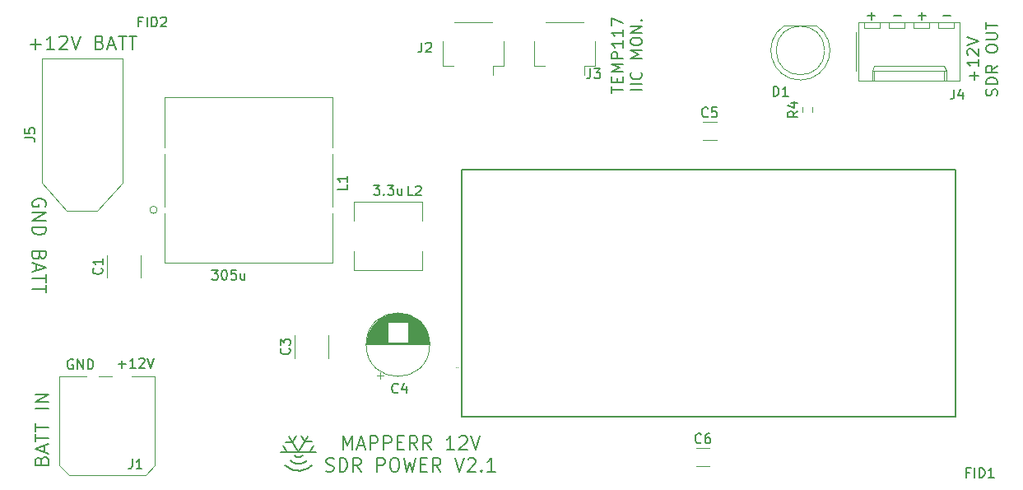
<source format=gbr>
%TF.GenerationSoftware,KiCad,Pcbnew,7.0.7*%
%TF.CreationDate,2024-04-17T16:30:55-07:00*%
%TF.ProjectId,power_board_12V,706f7765-725f-4626-9f61-72645f313256,rev?*%
%TF.SameCoordinates,Original*%
%TF.FileFunction,Legend,Top*%
%TF.FilePolarity,Positive*%
%FSLAX46Y46*%
G04 Gerber Fmt 4.6, Leading zero omitted, Abs format (unit mm)*
G04 Created by KiCad (PCBNEW 7.0.7) date 2024-04-17 16:30:55*
%MOMM*%
%LPD*%
G01*
G04 APERTURE LIST*
%ADD10C,0.150000*%
%ADD11C,0.200000*%
%ADD12C,0.120000*%
%ADD13C,0.100000*%
G04 APERTURE END LIST*
D10*
X165944779Y-51431866D02*
X166706684Y-51431866D01*
X160864779Y-51431866D02*
X161626684Y-51431866D01*
X163404779Y-51431866D02*
X164166684Y-51431866D01*
X163785731Y-51812819D02*
X163785731Y-51050914D01*
X158197779Y-51431866D02*
X158959684Y-51431866D01*
X158578731Y-51812819D02*
X158578731Y-51050914D01*
X76425588Y-86801438D02*
X76330350Y-86753819D01*
X76330350Y-86753819D02*
X76187493Y-86753819D01*
X76187493Y-86753819D02*
X76044636Y-86801438D01*
X76044636Y-86801438D02*
X75949398Y-86896676D01*
X75949398Y-86896676D02*
X75901779Y-86991914D01*
X75901779Y-86991914D02*
X75854160Y-87182390D01*
X75854160Y-87182390D02*
X75854160Y-87325247D01*
X75854160Y-87325247D02*
X75901779Y-87515723D01*
X75901779Y-87515723D02*
X75949398Y-87610961D01*
X75949398Y-87610961D02*
X76044636Y-87706200D01*
X76044636Y-87706200D02*
X76187493Y-87753819D01*
X76187493Y-87753819D02*
X76282731Y-87753819D01*
X76282731Y-87753819D02*
X76425588Y-87706200D01*
X76425588Y-87706200D02*
X76473207Y-87658580D01*
X76473207Y-87658580D02*
X76473207Y-87325247D01*
X76473207Y-87325247D02*
X76282731Y-87325247D01*
X76901779Y-87753819D02*
X76901779Y-86753819D01*
X76901779Y-86753819D02*
X77473207Y-87753819D01*
X77473207Y-87753819D02*
X77473207Y-86753819D01*
X77949398Y-87753819D02*
X77949398Y-86753819D01*
X77949398Y-86753819D02*
X78187493Y-86753819D01*
X78187493Y-86753819D02*
X78330350Y-86801438D01*
X78330350Y-86801438D02*
X78425588Y-86896676D01*
X78425588Y-86896676D02*
X78473207Y-86991914D01*
X78473207Y-86991914D02*
X78520826Y-87182390D01*
X78520826Y-87182390D02*
X78520826Y-87325247D01*
X78520826Y-87325247D02*
X78473207Y-87515723D01*
X78473207Y-87515723D02*
X78425588Y-87610961D01*
X78425588Y-87610961D02*
X78330350Y-87706200D01*
X78330350Y-87706200D02*
X78187493Y-87753819D01*
X78187493Y-87753819D02*
X77949398Y-87753819D01*
X81108779Y-87245866D02*
X81870684Y-87245866D01*
X81489731Y-87626819D02*
X81489731Y-86864914D01*
X82870683Y-87626819D02*
X82299255Y-87626819D01*
X82584969Y-87626819D02*
X82584969Y-86626819D01*
X82584969Y-86626819D02*
X82489731Y-86769676D01*
X82489731Y-86769676D02*
X82394493Y-86864914D01*
X82394493Y-86864914D02*
X82299255Y-86912533D01*
X83251636Y-86722057D02*
X83299255Y-86674438D01*
X83299255Y-86674438D02*
X83394493Y-86626819D01*
X83394493Y-86626819D02*
X83632588Y-86626819D01*
X83632588Y-86626819D02*
X83727826Y-86674438D01*
X83727826Y-86674438D02*
X83775445Y-86722057D01*
X83775445Y-86722057D02*
X83823064Y-86817295D01*
X83823064Y-86817295D02*
X83823064Y-86912533D01*
X83823064Y-86912533D02*
X83775445Y-87055390D01*
X83775445Y-87055390D02*
X83204017Y-87626819D01*
X83204017Y-87626819D02*
X83823064Y-87626819D01*
X84108779Y-86626819D02*
X84442112Y-87626819D01*
X84442112Y-87626819D02*
X84775445Y-86626819D01*
D11*
X100822520Y-96219784D02*
X101163355Y-95631477D01*
X98676862Y-94653430D02*
X99593724Y-96236000D01*
X99906785Y-94607215D02*
X100247620Y-95195521D01*
X98251286Y-97627575D02*
X98399976Y-97761529D01*
X98640761Y-97928972D01*
X98898690Y-98056228D01*
X99169087Y-98143298D01*
X99447276Y-98190182D01*
X99728583Y-98196880D01*
X100008331Y-98163392D01*
X100281844Y-98089717D01*
X100544449Y-97975856D01*
X100791468Y-97821808D01*
X101018227Y-97627575D01*
X97790000Y-96266000D02*
X101457448Y-96266000D01*
X99213735Y-96646595D02*
X99379634Y-96762378D01*
X99595918Y-96815307D01*
X99815487Y-96783549D01*
X100012064Y-96667105D01*
X100033712Y-96646595D01*
X99078895Y-95195521D02*
X99419731Y-94607215D01*
X98072999Y-95647693D02*
X98413834Y-96236000D01*
X98762573Y-97134823D02*
X98955420Y-97291855D01*
X99169147Y-97404021D01*
X99396795Y-97471321D01*
X99631403Y-97493754D01*
X99866011Y-97471321D01*
X100093659Y-97404021D01*
X100307386Y-97291855D01*
X100500234Y-97134823D01*
X98991427Y-95250365D02*
X98309756Y-95250365D01*
X101002765Y-95201476D02*
X100321094Y-95201476D01*
X99653724Y-96236000D02*
X100570586Y-94653430D01*
X73594066Y-71014132D02*
X73660733Y-70880799D01*
X73660733Y-70880799D02*
X73660733Y-70680799D01*
X73660733Y-70680799D02*
X73594066Y-70480799D01*
X73594066Y-70480799D02*
X73460733Y-70347466D01*
X73460733Y-70347466D02*
X73327400Y-70280799D01*
X73327400Y-70280799D02*
X73060733Y-70214132D01*
X73060733Y-70214132D02*
X72860733Y-70214132D01*
X72860733Y-70214132D02*
X72594066Y-70280799D01*
X72594066Y-70280799D02*
X72460733Y-70347466D01*
X72460733Y-70347466D02*
X72327400Y-70480799D01*
X72327400Y-70480799D02*
X72260733Y-70680799D01*
X72260733Y-70680799D02*
X72260733Y-70814132D01*
X72260733Y-70814132D02*
X72327400Y-71014132D01*
X72327400Y-71014132D02*
X72394066Y-71080799D01*
X72394066Y-71080799D02*
X72860733Y-71080799D01*
X72860733Y-71080799D02*
X72860733Y-70814132D01*
X72260733Y-71680799D02*
X73660733Y-71680799D01*
X73660733Y-71680799D02*
X72260733Y-72480799D01*
X72260733Y-72480799D02*
X73660733Y-72480799D01*
X72260733Y-73147466D02*
X73660733Y-73147466D01*
X73660733Y-73147466D02*
X73660733Y-73480799D01*
X73660733Y-73480799D02*
X73594066Y-73680799D01*
X73594066Y-73680799D02*
X73460733Y-73814133D01*
X73460733Y-73814133D02*
X73327400Y-73880799D01*
X73327400Y-73880799D02*
X73060733Y-73947466D01*
X73060733Y-73947466D02*
X72860733Y-73947466D01*
X72860733Y-73947466D02*
X72594066Y-73880799D01*
X72594066Y-73880799D02*
X72460733Y-73814133D01*
X72460733Y-73814133D02*
X72327400Y-73680799D01*
X72327400Y-73680799D02*
X72260733Y-73480799D01*
X72260733Y-73480799D02*
X72260733Y-73147466D01*
X72994066Y-76080800D02*
X72927400Y-76280800D01*
X72927400Y-76280800D02*
X72860733Y-76347466D01*
X72860733Y-76347466D02*
X72727400Y-76414133D01*
X72727400Y-76414133D02*
X72527400Y-76414133D01*
X72527400Y-76414133D02*
X72394066Y-76347466D01*
X72394066Y-76347466D02*
X72327400Y-76280800D01*
X72327400Y-76280800D02*
X72260733Y-76147466D01*
X72260733Y-76147466D02*
X72260733Y-75614133D01*
X72260733Y-75614133D02*
X73660733Y-75614133D01*
X73660733Y-75614133D02*
X73660733Y-76080800D01*
X73660733Y-76080800D02*
X73594066Y-76214133D01*
X73594066Y-76214133D02*
X73527400Y-76280800D01*
X73527400Y-76280800D02*
X73394066Y-76347466D01*
X73394066Y-76347466D02*
X73260733Y-76347466D01*
X73260733Y-76347466D02*
X73127400Y-76280800D01*
X73127400Y-76280800D02*
X73060733Y-76214133D01*
X73060733Y-76214133D02*
X72994066Y-76080800D01*
X72994066Y-76080800D02*
X72994066Y-75614133D01*
X72660733Y-76947466D02*
X72660733Y-77614133D01*
X72260733Y-76814133D02*
X73660733Y-77280800D01*
X73660733Y-77280800D02*
X72260733Y-77747466D01*
X73660733Y-78014133D02*
X73660733Y-78814133D01*
X72260733Y-78414133D02*
X73660733Y-78414133D01*
X73660733Y-79080800D02*
X73660733Y-79880800D01*
X72260733Y-79480800D02*
X73660733Y-79480800D01*
X73182933Y-97146667D02*
X73249600Y-96946667D01*
X73249600Y-96946667D02*
X73316266Y-96880000D01*
X73316266Y-96880000D02*
X73449600Y-96813333D01*
X73449600Y-96813333D02*
X73649600Y-96813333D01*
X73649600Y-96813333D02*
X73782933Y-96880000D01*
X73782933Y-96880000D02*
X73849600Y-96946667D01*
X73849600Y-96946667D02*
X73916266Y-97080000D01*
X73916266Y-97080000D02*
X73916266Y-97613333D01*
X73916266Y-97613333D02*
X72516266Y-97613333D01*
X72516266Y-97613333D02*
X72516266Y-97146667D01*
X72516266Y-97146667D02*
X72582933Y-97013333D01*
X72582933Y-97013333D02*
X72649600Y-96946667D01*
X72649600Y-96946667D02*
X72782933Y-96880000D01*
X72782933Y-96880000D02*
X72916266Y-96880000D01*
X72916266Y-96880000D02*
X73049600Y-96946667D01*
X73049600Y-96946667D02*
X73116266Y-97013333D01*
X73116266Y-97013333D02*
X73182933Y-97146667D01*
X73182933Y-97146667D02*
X73182933Y-97613333D01*
X73516266Y-96280000D02*
X73516266Y-95613333D01*
X73916266Y-96413333D02*
X72516266Y-95946667D01*
X72516266Y-95946667D02*
X73916266Y-95480000D01*
X72516266Y-95213333D02*
X72516266Y-94413333D01*
X73916266Y-94813333D02*
X72516266Y-94813333D01*
X72516266Y-94146666D02*
X72516266Y-93346666D01*
X73916266Y-93746666D02*
X72516266Y-93746666D01*
X73916266Y-91813332D02*
X72516266Y-91813332D01*
X73916266Y-91146665D02*
X72516266Y-91146665D01*
X72516266Y-91146665D02*
X73916266Y-90346665D01*
X73916266Y-90346665D02*
X72516266Y-90346665D01*
X131830342Y-59359314D02*
X131830342Y-58673600D01*
X133030342Y-59016457D02*
X131830342Y-59016457D01*
X132401771Y-58273599D02*
X132401771Y-57873599D01*
X133030342Y-57702171D02*
X133030342Y-58273599D01*
X133030342Y-58273599D02*
X131830342Y-58273599D01*
X131830342Y-58273599D02*
X131830342Y-57702171D01*
X133030342Y-57187885D02*
X131830342Y-57187885D01*
X131830342Y-57187885D02*
X132687485Y-56787885D01*
X132687485Y-56787885D02*
X131830342Y-56387885D01*
X131830342Y-56387885D02*
X133030342Y-56387885D01*
X133030342Y-55816456D02*
X131830342Y-55816456D01*
X131830342Y-55816456D02*
X131830342Y-55359313D01*
X131830342Y-55359313D02*
X131887485Y-55245028D01*
X131887485Y-55245028D02*
X131944628Y-55187885D01*
X131944628Y-55187885D02*
X132058914Y-55130742D01*
X132058914Y-55130742D02*
X132230342Y-55130742D01*
X132230342Y-55130742D02*
X132344628Y-55187885D01*
X132344628Y-55187885D02*
X132401771Y-55245028D01*
X132401771Y-55245028D02*
X132458914Y-55359313D01*
X132458914Y-55359313D02*
X132458914Y-55816456D01*
X133030342Y-53987885D02*
X133030342Y-54673599D01*
X133030342Y-54330742D02*
X131830342Y-54330742D01*
X131830342Y-54330742D02*
X132001771Y-54445028D01*
X132001771Y-54445028D02*
X132116057Y-54559313D01*
X132116057Y-54559313D02*
X132173200Y-54673599D01*
X133030342Y-52845028D02*
X133030342Y-53530742D01*
X133030342Y-53187885D02*
X131830342Y-53187885D01*
X131830342Y-53187885D02*
X132001771Y-53302171D01*
X132001771Y-53302171D02*
X132116057Y-53416456D01*
X132116057Y-53416456D02*
X132173200Y-53530742D01*
X131830342Y-52445028D02*
X131830342Y-51645028D01*
X131830342Y-51645028D02*
X133030342Y-52159314D01*
X134962342Y-59045029D02*
X133762342Y-59045029D01*
X134962342Y-58473600D02*
X133762342Y-58473600D01*
X134848057Y-57216457D02*
X134905200Y-57273600D01*
X134905200Y-57273600D02*
X134962342Y-57445028D01*
X134962342Y-57445028D02*
X134962342Y-57559314D01*
X134962342Y-57559314D02*
X134905200Y-57730743D01*
X134905200Y-57730743D02*
X134790914Y-57845028D01*
X134790914Y-57845028D02*
X134676628Y-57902171D01*
X134676628Y-57902171D02*
X134448057Y-57959314D01*
X134448057Y-57959314D02*
X134276628Y-57959314D01*
X134276628Y-57959314D02*
X134048057Y-57902171D01*
X134048057Y-57902171D02*
X133933771Y-57845028D01*
X133933771Y-57845028D02*
X133819485Y-57730743D01*
X133819485Y-57730743D02*
X133762342Y-57559314D01*
X133762342Y-57559314D02*
X133762342Y-57445028D01*
X133762342Y-57445028D02*
X133819485Y-57273600D01*
X133819485Y-57273600D02*
X133876628Y-57216457D01*
X134962342Y-55787885D02*
X133762342Y-55787885D01*
X133762342Y-55787885D02*
X134619485Y-55387885D01*
X134619485Y-55387885D02*
X133762342Y-54987885D01*
X133762342Y-54987885D02*
X134962342Y-54987885D01*
X133762342Y-54187885D02*
X133762342Y-53959313D01*
X133762342Y-53959313D02*
X133819485Y-53845028D01*
X133819485Y-53845028D02*
X133933771Y-53730742D01*
X133933771Y-53730742D02*
X134162342Y-53673599D01*
X134162342Y-53673599D02*
X134562342Y-53673599D01*
X134562342Y-53673599D02*
X134790914Y-53730742D01*
X134790914Y-53730742D02*
X134905200Y-53845028D01*
X134905200Y-53845028D02*
X134962342Y-53959313D01*
X134962342Y-53959313D02*
X134962342Y-54187885D01*
X134962342Y-54187885D02*
X134905200Y-54302171D01*
X134905200Y-54302171D02*
X134790914Y-54416456D01*
X134790914Y-54416456D02*
X134562342Y-54473599D01*
X134562342Y-54473599D02*
X134162342Y-54473599D01*
X134162342Y-54473599D02*
X133933771Y-54416456D01*
X133933771Y-54416456D02*
X133819485Y-54302171D01*
X133819485Y-54302171D02*
X133762342Y-54187885D01*
X134962342Y-53159313D02*
X133762342Y-53159313D01*
X133762342Y-53159313D02*
X134962342Y-52473599D01*
X134962342Y-52473599D02*
X133762342Y-52473599D01*
X134848057Y-51902170D02*
X134905200Y-51845027D01*
X134905200Y-51845027D02*
X134962342Y-51902170D01*
X134962342Y-51902170D02*
X134905200Y-51959313D01*
X134905200Y-51959313D02*
X134848057Y-51902170D01*
X134848057Y-51902170D02*
X134962342Y-51902170D01*
X104183733Y-96030266D02*
X104183733Y-94630266D01*
X104183733Y-94630266D02*
X104650400Y-95630266D01*
X104650400Y-95630266D02*
X105117066Y-94630266D01*
X105117066Y-94630266D02*
X105117066Y-96030266D01*
X105717066Y-95630266D02*
X106383733Y-95630266D01*
X105583733Y-96030266D02*
X106050400Y-94630266D01*
X106050400Y-94630266D02*
X106517066Y-96030266D01*
X106983733Y-96030266D02*
X106983733Y-94630266D01*
X106983733Y-94630266D02*
X107517066Y-94630266D01*
X107517066Y-94630266D02*
X107650400Y-94696933D01*
X107650400Y-94696933D02*
X107717066Y-94763600D01*
X107717066Y-94763600D02*
X107783733Y-94896933D01*
X107783733Y-94896933D02*
X107783733Y-95096933D01*
X107783733Y-95096933D02*
X107717066Y-95230266D01*
X107717066Y-95230266D02*
X107650400Y-95296933D01*
X107650400Y-95296933D02*
X107517066Y-95363600D01*
X107517066Y-95363600D02*
X106983733Y-95363600D01*
X108383733Y-96030266D02*
X108383733Y-94630266D01*
X108383733Y-94630266D02*
X108917066Y-94630266D01*
X108917066Y-94630266D02*
X109050400Y-94696933D01*
X109050400Y-94696933D02*
X109117066Y-94763600D01*
X109117066Y-94763600D02*
X109183733Y-94896933D01*
X109183733Y-94896933D02*
X109183733Y-95096933D01*
X109183733Y-95096933D02*
X109117066Y-95230266D01*
X109117066Y-95230266D02*
X109050400Y-95296933D01*
X109050400Y-95296933D02*
X108917066Y-95363600D01*
X108917066Y-95363600D02*
X108383733Y-95363600D01*
X109783733Y-95296933D02*
X110250400Y-95296933D01*
X110450400Y-96030266D02*
X109783733Y-96030266D01*
X109783733Y-96030266D02*
X109783733Y-94630266D01*
X109783733Y-94630266D02*
X110450400Y-94630266D01*
X111850400Y-96030266D02*
X111383733Y-95363600D01*
X111050400Y-96030266D02*
X111050400Y-94630266D01*
X111050400Y-94630266D02*
X111583733Y-94630266D01*
X111583733Y-94630266D02*
X111717067Y-94696933D01*
X111717067Y-94696933D02*
X111783733Y-94763600D01*
X111783733Y-94763600D02*
X111850400Y-94896933D01*
X111850400Y-94896933D02*
X111850400Y-95096933D01*
X111850400Y-95096933D02*
X111783733Y-95230266D01*
X111783733Y-95230266D02*
X111717067Y-95296933D01*
X111717067Y-95296933D02*
X111583733Y-95363600D01*
X111583733Y-95363600D02*
X111050400Y-95363600D01*
X113250400Y-96030266D02*
X112783733Y-95363600D01*
X112450400Y-96030266D02*
X112450400Y-94630266D01*
X112450400Y-94630266D02*
X112983733Y-94630266D01*
X112983733Y-94630266D02*
X113117067Y-94696933D01*
X113117067Y-94696933D02*
X113183733Y-94763600D01*
X113183733Y-94763600D02*
X113250400Y-94896933D01*
X113250400Y-94896933D02*
X113250400Y-95096933D01*
X113250400Y-95096933D02*
X113183733Y-95230266D01*
X113183733Y-95230266D02*
X113117067Y-95296933D01*
X113117067Y-95296933D02*
X112983733Y-95363600D01*
X112983733Y-95363600D02*
X112450400Y-95363600D01*
X115650400Y-96030266D02*
X114850400Y-96030266D01*
X115250400Y-96030266D02*
X115250400Y-94630266D01*
X115250400Y-94630266D02*
X115117067Y-94830266D01*
X115117067Y-94830266D02*
X114983734Y-94963600D01*
X114983734Y-94963600D02*
X114850400Y-95030266D01*
X116183733Y-94763600D02*
X116250400Y-94696933D01*
X116250400Y-94696933D02*
X116383733Y-94630266D01*
X116383733Y-94630266D02*
X116717067Y-94630266D01*
X116717067Y-94630266D02*
X116850400Y-94696933D01*
X116850400Y-94696933D02*
X116917067Y-94763600D01*
X116917067Y-94763600D02*
X116983733Y-94896933D01*
X116983733Y-94896933D02*
X116983733Y-95030266D01*
X116983733Y-95030266D02*
X116917067Y-95230266D01*
X116917067Y-95230266D02*
X116117067Y-96030266D01*
X116117067Y-96030266D02*
X116983733Y-96030266D01*
X117383733Y-94630266D02*
X117850400Y-96030266D01*
X117850400Y-96030266D02*
X118317066Y-94630266D01*
X102450399Y-98217600D02*
X102650399Y-98284266D01*
X102650399Y-98284266D02*
X102983733Y-98284266D01*
X102983733Y-98284266D02*
X103117066Y-98217600D01*
X103117066Y-98217600D02*
X103183733Y-98150933D01*
X103183733Y-98150933D02*
X103250399Y-98017600D01*
X103250399Y-98017600D02*
X103250399Y-97884266D01*
X103250399Y-97884266D02*
X103183733Y-97750933D01*
X103183733Y-97750933D02*
X103117066Y-97684266D01*
X103117066Y-97684266D02*
X102983733Y-97617600D01*
X102983733Y-97617600D02*
X102717066Y-97550933D01*
X102717066Y-97550933D02*
X102583733Y-97484266D01*
X102583733Y-97484266D02*
X102517066Y-97417600D01*
X102517066Y-97417600D02*
X102450399Y-97284266D01*
X102450399Y-97284266D02*
X102450399Y-97150933D01*
X102450399Y-97150933D02*
X102517066Y-97017600D01*
X102517066Y-97017600D02*
X102583733Y-96950933D01*
X102583733Y-96950933D02*
X102717066Y-96884266D01*
X102717066Y-96884266D02*
X103050399Y-96884266D01*
X103050399Y-96884266D02*
X103250399Y-96950933D01*
X103850399Y-98284266D02*
X103850399Y-96884266D01*
X103850399Y-96884266D02*
X104183732Y-96884266D01*
X104183732Y-96884266D02*
X104383732Y-96950933D01*
X104383732Y-96950933D02*
X104517066Y-97084266D01*
X104517066Y-97084266D02*
X104583732Y-97217600D01*
X104583732Y-97217600D02*
X104650399Y-97484266D01*
X104650399Y-97484266D02*
X104650399Y-97684266D01*
X104650399Y-97684266D02*
X104583732Y-97950933D01*
X104583732Y-97950933D02*
X104517066Y-98084266D01*
X104517066Y-98084266D02*
X104383732Y-98217600D01*
X104383732Y-98217600D02*
X104183732Y-98284266D01*
X104183732Y-98284266D02*
X103850399Y-98284266D01*
X106050399Y-98284266D02*
X105583732Y-97617600D01*
X105250399Y-98284266D02*
X105250399Y-96884266D01*
X105250399Y-96884266D02*
X105783732Y-96884266D01*
X105783732Y-96884266D02*
X105917066Y-96950933D01*
X105917066Y-96950933D02*
X105983732Y-97017600D01*
X105983732Y-97017600D02*
X106050399Y-97150933D01*
X106050399Y-97150933D02*
X106050399Y-97350933D01*
X106050399Y-97350933D02*
X105983732Y-97484266D01*
X105983732Y-97484266D02*
X105917066Y-97550933D01*
X105917066Y-97550933D02*
X105783732Y-97617600D01*
X105783732Y-97617600D02*
X105250399Y-97617600D01*
X107717066Y-98284266D02*
X107717066Y-96884266D01*
X107717066Y-96884266D02*
X108250399Y-96884266D01*
X108250399Y-96884266D02*
X108383733Y-96950933D01*
X108383733Y-96950933D02*
X108450399Y-97017600D01*
X108450399Y-97017600D02*
X108517066Y-97150933D01*
X108517066Y-97150933D02*
X108517066Y-97350933D01*
X108517066Y-97350933D02*
X108450399Y-97484266D01*
X108450399Y-97484266D02*
X108383733Y-97550933D01*
X108383733Y-97550933D02*
X108250399Y-97617600D01*
X108250399Y-97617600D02*
X107717066Y-97617600D01*
X109383733Y-96884266D02*
X109650399Y-96884266D01*
X109650399Y-96884266D02*
X109783733Y-96950933D01*
X109783733Y-96950933D02*
X109917066Y-97084266D01*
X109917066Y-97084266D02*
X109983733Y-97350933D01*
X109983733Y-97350933D02*
X109983733Y-97817600D01*
X109983733Y-97817600D02*
X109917066Y-98084266D01*
X109917066Y-98084266D02*
X109783733Y-98217600D01*
X109783733Y-98217600D02*
X109650399Y-98284266D01*
X109650399Y-98284266D02*
X109383733Y-98284266D01*
X109383733Y-98284266D02*
X109250399Y-98217600D01*
X109250399Y-98217600D02*
X109117066Y-98084266D01*
X109117066Y-98084266D02*
X109050399Y-97817600D01*
X109050399Y-97817600D02*
X109050399Y-97350933D01*
X109050399Y-97350933D02*
X109117066Y-97084266D01*
X109117066Y-97084266D02*
X109250399Y-96950933D01*
X109250399Y-96950933D02*
X109383733Y-96884266D01*
X110450400Y-96884266D02*
X110783733Y-98284266D01*
X110783733Y-98284266D02*
X111050400Y-97284266D01*
X111050400Y-97284266D02*
X111317066Y-98284266D01*
X111317066Y-98284266D02*
X111650400Y-96884266D01*
X112183733Y-97550933D02*
X112650400Y-97550933D01*
X112850400Y-98284266D02*
X112183733Y-98284266D01*
X112183733Y-98284266D02*
X112183733Y-96884266D01*
X112183733Y-96884266D02*
X112850400Y-96884266D01*
X114250400Y-98284266D02*
X113783733Y-97617600D01*
X113450400Y-98284266D02*
X113450400Y-96884266D01*
X113450400Y-96884266D02*
X113983733Y-96884266D01*
X113983733Y-96884266D02*
X114117067Y-96950933D01*
X114117067Y-96950933D02*
X114183733Y-97017600D01*
X114183733Y-97017600D02*
X114250400Y-97150933D01*
X114250400Y-97150933D02*
X114250400Y-97350933D01*
X114250400Y-97350933D02*
X114183733Y-97484266D01*
X114183733Y-97484266D02*
X114117067Y-97550933D01*
X114117067Y-97550933D02*
X113983733Y-97617600D01*
X113983733Y-97617600D02*
X113450400Y-97617600D01*
X115717067Y-96884266D02*
X116183734Y-98284266D01*
X116183734Y-98284266D02*
X116650400Y-96884266D01*
X117050400Y-97017600D02*
X117117067Y-96950933D01*
X117117067Y-96950933D02*
X117250400Y-96884266D01*
X117250400Y-96884266D02*
X117583734Y-96884266D01*
X117583734Y-96884266D02*
X117717067Y-96950933D01*
X117717067Y-96950933D02*
X117783734Y-97017600D01*
X117783734Y-97017600D02*
X117850400Y-97150933D01*
X117850400Y-97150933D02*
X117850400Y-97284266D01*
X117850400Y-97284266D02*
X117783734Y-97484266D01*
X117783734Y-97484266D02*
X116983734Y-98284266D01*
X116983734Y-98284266D02*
X117850400Y-98284266D01*
X118450400Y-98150933D02*
X118517067Y-98217600D01*
X118517067Y-98217600D02*
X118450400Y-98284266D01*
X118450400Y-98284266D02*
X118383733Y-98217600D01*
X118383733Y-98217600D02*
X118450400Y-98150933D01*
X118450400Y-98150933D02*
X118450400Y-98284266D01*
X119850400Y-98284266D02*
X119050400Y-98284266D01*
X119450400Y-98284266D02*
X119450400Y-96884266D01*
X119450400Y-96884266D02*
X119317067Y-97084266D01*
X119317067Y-97084266D02*
X119183734Y-97217600D01*
X119183734Y-97217600D02*
X119050400Y-97284266D01*
X169149200Y-58045084D02*
X169149200Y-57130799D01*
X169606342Y-57587941D02*
X168692057Y-57587941D01*
X169606342Y-55930799D02*
X169606342Y-56616513D01*
X169606342Y-56273656D02*
X168406342Y-56273656D01*
X168406342Y-56273656D02*
X168577771Y-56387942D01*
X168577771Y-56387942D02*
X168692057Y-56502227D01*
X168692057Y-56502227D02*
X168749200Y-56616513D01*
X168520628Y-55473656D02*
X168463485Y-55416513D01*
X168463485Y-55416513D02*
X168406342Y-55302228D01*
X168406342Y-55302228D02*
X168406342Y-55016513D01*
X168406342Y-55016513D02*
X168463485Y-54902228D01*
X168463485Y-54902228D02*
X168520628Y-54845085D01*
X168520628Y-54845085D02*
X168634914Y-54787942D01*
X168634914Y-54787942D02*
X168749200Y-54787942D01*
X168749200Y-54787942D02*
X168920628Y-54845085D01*
X168920628Y-54845085D02*
X169606342Y-55530799D01*
X169606342Y-55530799D02*
X169606342Y-54787942D01*
X168406342Y-54445085D02*
X169606342Y-54045085D01*
X169606342Y-54045085D02*
X168406342Y-53645085D01*
X171481200Y-59645085D02*
X171538342Y-59473657D01*
X171538342Y-59473657D02*
X171538342Y-59187942D01*
X171538342Y-59187942D02*
X171481200Y-59073657D01*
X171481200Y-59073657D02*
X171424057Y-59016514D01*
X171424057Y-59016514D02*
X171309771Y-58959371D01*
X171309771Y-58959371D02*
X171195485Y-58959371D01*
X171195485Y-58959371D02*
X171081200Y-59016514D01*
X171081200Y-59016514D02*
X171024057Y-59073657D01*
X171024057Y-59073657D02*
X170966914Y-59187942D01*
X170966914Y-59187942D02*
X170909771Y-59416514D01*
X170909771Y-59416514D02*
X170852628Y-59530799D01*
X170852628Y-59530799D02*
X170795485Y-59587942D01*
X170795485Y-59587942D02*
X170681200Y-59645085D01*
X170681200Y-59645085D02*
X170566914Y-59645085D01*
X170566914Y-59645085D02*
X170452628Y-59587942D01*
X170452628Y-59587942D02*
X170395485Y-59530799D01*
X170395485Y-59530799D02*
X170338342Y-59416514D01*
X170338342Y-59416514D02*
X170338342Y-59130799D01*
X170338342Y-59130799D02*
X170395485Y-58959371D01*
X171538342Y-58445085D02*
X170338342Y-58445085D01*
X170338342Y-58445085D02*
X170338342Y-58159371D01*
X170338342Y-58159371D02*
X170395485Y-57987942D01*
X170395485Y-57987942D02*
X170509771Y-57873657D01*
X170509771Y-57873657D02*
X170624057Y-57816514D01*
X170624057Y-57816514D02*
X170852628Y-57759371D01*
X170852628Y-57759371D02*
X171024057Y-57759371D01*
X171024057Y-57759371D02*
X171252628Y-57816514D01*
X171252628Y-57816514D02*
X171366914Y-57873657D01*
X171366914Y-57873657D02*
X171481200Y-57987942D01*
X171481200Y-57987942D02*
X171538342Y-58159371D01*
X171538342Y-58159371D02*
X171538342Y-58445085D01*
X171538342Y-56559371D02*
X170966914Y-56959371D01*
X171538342Y-57245085D02*
X170338342Y-57245085D01*
X170338342Y-57245085D02*
X170338342Y-56787942D01*
X170338342Y-56787942D02*
X170395485Y-56673657D01*
X170395485Y-56673657D02*
X170452628Y-56616514D01*
X170452628Y-56616514D02*
X170566914Y-56559371D01*
X170566914Y-56559371D02*
X170738342Y-56559371D01*
X170738342Y-56559371D02*
X170852628Y-56616514D01*
X170852628Y-56616514D02*
X170909771Y-56673657D01*
X170909771Y-56673657D02*
X170966914Y-56787942D01*
X170966914Y-56787942D02*
X170966914Y-57245085D01*
X170338342Y-54902228D02*
X170338342Y-54673656D01*
X170338342Y-54673656D02*
X170395485Y-54559371D01*
X170395485Y-54559371D02*
X170509771Y-54445085D01*
X170509771Y-54445085D02*
X170738342Y-54387942D01*
X170738342Y-54387942D02*
X171138342Y-54387942D01*
X171138342Y-54387942D02*
X171366914Y-54445085D01*
X171366914Y-54445085D02*
X171481200Y-54559371D01*
X171481200Y-54559371D02*
X171538342Y-54673656D01*
X171538342Y-54673656D02*
X171538342Y-54902228D01*
X171538342Y-54902228D02*
X171481200Y-55016514D01*
X171481200Y-55016514D02*
X171366914Y-55130799D01*
X171366914Y-55130799D02*
X171138342Y-55187942D01*
X171138342Y-55187942D02*
X170738342Y-55187942D01*
X170738342Y-55187942D02*
X170509771Y-55130799D01*
X170509771Y-55130799D02*
X170395485Y-55016514D01*
X170395485Y-55016514D02*
X170338342Y-54902228D01*
X170338342Y-53873656D02*
X171309771Y-53873656D01*
X171309771Y-53873656D02*
X171424057Y-53816513D01*
X171424057Y-53816513D02*
X171481200Y-53759371D01*
X171481200Y-53759371D02*
X171538342Y-53645085D01*
X171538342Y-53645085D02*
X171538342Y-53416513D01*
X171538342Y-53416513D02*
X171481200Y-53302228D01*
X171481200Y-53302228D02*
X171424057Y-53245085D01*
X171424057Y-53245085D02*
X171309771Y-53187942D01*
X171309771Y-53187942D02*
X170338342Y-53187942D01*
X170338342Y-52787942D02*
X170338342Y-52102228D01*
X171538342Y-52445085D02*
X170338342Y-52445085D01*
X72052533Y-54358333D02*
X73119200Y-54358333D01*
X72585866Y-54891666D02*
X72585866Y-53825000D01*
X74519199Y-54891666D02*
X73719199Y-54891666D01*
X74119199Y-54891666D02*
X74119199Y-53491666D01*
X74119199Y-53491666D02*
X73985866Y-53691666D01*
X73985866Y-53691666D02*
X73852533Y-53825000D01*
X73852533Y-53825000D02*
X73719199Y-53891666D01*
X75052532Y-53625000D02*
X75119199Y-53558333D01*
X75119199Y-53558333D02*
X75252532Y-53491666D01*
X75252532Y-53491666D02*
X75585866Y-53491666D01*
X75585866Y-53491666D02*
X75719199Y-53558333D01*
X75719199Y-53558333D02*
X75785866Y-53625000D01*
X75785866Y-53625000D02*
X75852532Y-53758333D01*
X75852532Y-53758333D02*
X75852532Y-53891666D01*
X75852532Y-53891666D02*
X75785866Y-54091666D01*
X75785866Y-54091666D02*
X74985866Y-54891666D01*
X74985866Y-54891666D02*
X75852532Y-54891666D01*
X76252532Y-53491666D02*
X76719199Y-54891666D01*
X76719199Y-54891666D02*
X77185865Y-53491666D01*
X79185866Y-54158333D02*
X79385866Y-54225000D01*
X79385866Y-54225000D02*
X79452532Y-54291666D01*
X79452532Y-54291666D02*
X79519199Y-54425000D01*
X79519199Y-54425000D02*
X79519199Y-54625000D01*
X79519199Y-54625000D02*
X79452532Y-54758333D01*
X79452532Y-54758333D02*
X79385866Y-54825000D01*
X79385866Y-54825000D02*
X79252532Y-54891666D01*
X79252532Y-54891666D02*
X78719199Y-54891666D01*
X78719199Y-54891666D02*
X78719199Y-53491666D01*
X78719199Y-53491666D02*
X79185866Y-53491666D01*
X79185866Y-53491666D02*
X79319199Y-53558333D01*
X79319199Y-53558333D02*
X79385866Y-53625000D01*
X79385866Y-53625000D02*
X79452532Y-53758333D01*
X79452532Y-53758333D02*
X79452532Y-53891666D01*
X79452532Y-53891666D02*
X79385866Y-54025000D01*
X79385866Y-54025000D02*
X79319199Y-54091666D01*
X79319199Y-54091666D02*
X79185866Y-54158333D01*
X79185866Y-54158333D02*
X78719199Y-54158333D01*
X80052532Y-54491666D02*
X80719199Y-54491666D01*
X79919199Y-54891666D02*
X80385866Y-53491666D01*
X80385866Y-53491666D02*
X80852532Y-54891666D01*
X81119199Y-53491666D02*
X81919199Y-53491666D01*
X81519199Y-54891666D02*
X81519199Y-53491666D01*
X82185866Y-53491666D02*
X82985866Y-53491666D01*
X82585866Y-54891666D02*
X82585866Y-53491666D01*
D10*
X98674580Y-85619666D02*
X98722200Y-85667285D01*
X98722200Y-85667285D02*
X98769819Y-85810142D01*
X98769819Y-85810142D02*
X98769819Y-85905380D01*
X98769819Y-85905380D02*
X98722200Y-86048237D01*
X98722200Y-86048237D02*
X98626961Y-86143475D01*
X98626961Y-86143475D02*
X98531723Y-86191094D01*
X98531723Y-86191094D02*
X98341247Y-86238713D01*
X98341247Y-86238713D02*
X98198390Y-86238713D01*
X98198390Y-86238713D02*
X98007914Y-86191094D01*
X98007914Y-86191094D02*
X97912676Y-86143475D01*
X97912676Y-86143475D02*
X97817438Y-86048237D01*
X97817438Y-86048237D02*
X97769819Y-85905380D01*
X97769819Y-85905380D02*
X97769819Y-85810142D01*
X97769819Y-85810142D02*
X97817438Y-85667285D01*
X97817438Y-85667285D02*
X97865057Y-85619666D01*
X97769819Y-85286332D02*
X97769819Y-84667285D01*
X97769819Y-84667285D02*
X98150771Y-85000618D01*
X98150771Y-85000618D02*
X98150771Y-84857761D01*
X98150771Y-84857761D02*
X98198390Y-84762523D01*
X98198390Y-84762523D02*
X98246009Y-84714904D01*
X98246009Y-84714904D02*
X98341247Y-84667285D01*
X98341247Y-84667285D02*
X98579342Y-84667285D01*
X98579342Y-84667285D02*
X98674580Y-84714904D01*
X98674580Y-84714904D02*
X98722200Y-84762523D01*
X98722200Y-84762523D02*
X98769819Y-84857761D01*
X98769819Y-84857761D02*
X98769819Y-85143475D01*
X98769819Y-85143475D02*
X98722200Y-85238713D01*
X98722200Y-85238713D02*
X98674580Y-85286332D01*
X168651371Y-98381409D02*
X168318038Y-98381409D01*
X168318038Y-98905219D02*
X168318038Y-97905219D01*
X168318038Y-97905219D02*
X168794228Y-97905219D01*
X169175181Y-98905219D02*
X169175181Y-97905219D01*
X169651371Y-98905219D02*
X169651371Y-97905219D01*
X169651371Y-97905219D02*
X169889466Y-97905219D01*
X169889466Y-97905219D02*
X170032323Y-97952838D01*
X170032323Y-97952838D02*
X170127561Y-98048076D01*
X170127561Y-98048076D02*
X170175180Y-98143314D01*
X170175180Y-98143314D02*
X170222799Y-98333790D01*
X170222799Y-98333790D02*
X170222799Y-98476647D01*
X170222799Y-98476647D02*
X170175180Y-98667123D01*
X170175180Y-98667123D02*
X170127561Y-98762361D01*
X170127561Y-98762361D02*
X170032323Y-98857600D01*
X170032323Y-98857600D02*
X169889466Y-98905219D01*
X169889466Y-98905219D02*
X169651371Y-98905219D01*
X171175180Y-98905219D02*
X170603752Y-98905219D01*
X170889466Y-98905219D02*
X170889466Y-97905219D01*
X170889466Y-97905219D02*
X170794228Y-98048076D01*
X170794228Y-98048076D02*
X170698990Y-98143314D01*
X170698990Y-98143314D02*
X170603752Y-98190933D01*
X79370580Y-77382666D02*
X79418200Y-77430285D01*
X79418200Y-77430285D02*
X79465819Y-77573142D01*
X79465819Y-77573142D02*
X79465819Y-77668380D01*
X79465819Y-77668380D02*
X79418200Y-77811237D01*
X79418200Y-77811237D02*
X79322961Y-77906475D01*
X79322961Y-77906475D02*
X79227723Y-77954094D01*
X79227723Y-77954094D02*
X79037247Y-78001713D01*
X79037247Y-78001713D02*
X78894390Y-78001713D01*
X78894390Y-78001713D02*
X78703914Y-77954094D01*
X78703914Y-77954094D02*
X78608676Y-77906475D01*
X78608676Y-77906475D02*
X78513438Y-77811237D01*
X78513438Y-77811237D02*
X78465819Y-77668380D01*
X78465819Y-77668380D02*
X78465819Y-77573142D01*
X78465819Y-77573142D02*
X78513438Y-77430285D01*
X78513438Y-77430285D02*
X78561057Y-77382666D01*
X79465819Y-76430285D02*
X79465819Y-77001713D01*
X79465819Y-76715999D02*
X78465819Y-76715999D01*
X78465819Y-76715999D02*
X78608676Y-76811237D01*
X78608676Y-76811237D02*
X78703914Y-76906475D01*
X78703914Y-76906475D02*
X78751533Y-77001713D01*
X167052666Y-58992419D02*
X167052666Y-59706704D01*
X167052666Y-59706704D02*
X167005047Y-59849561D01*
X167005047Y-59849561D02*
X166909809Y-59944800D01*
X166909809Y-59944800D02*
X166766952Y-59992419D01*
X166766952Y-59992419D02*
X166671714Y-59992419D01*
X167957428Y-59325752D02*
X167957428Y-59992419D01*
X167719333Y-58944800D02*
X167481238Y-59659085D01*
X167481238Y-59659085D02*
X168100285Y-59659085D01*
X129663866Y-56858819D02*
X129663866Y-57573104D01*
X129663866Y-57573104D02*
X129616247Y-57715961D01*
X129616247Y-57715961D02*
X129521009Y-57811200D01*
X129521009Y-57811200D02*
X129378152Y-57858819D01*
X129378152Y-57858819D02*
X129282914Y-57858819D01*
X130044819Y-56858819D02*
X130663866Y-56858819D01*
X130663866Y-56858819D02*
X130330533Y-57239771D01*
X130330533Y-57239771D02*
X130473390Y-57239771D01*
X130473390Y-57239771D02*
X130568628Y-57287390D01*
X130568628Y-57287390D02*
X130616247Y-57335009D01*
X130616247Y-57335009D02*
X130663866Y-57430247D01*
X130663866Y-57430247D02*
X130663866Y-57668342D01*
X130663866Y-57668342D02*
X130616247Y-57763580D01*
X130616247Y-57763580D02*
X130568628Y-57811200D01*
X130568628Y-57811200D02*
X130473390Y-57858819D01*
X130473390Y-57858819D02*
X130187676Y-57858819D01*
X130187676Y-57858819D02*
X130092438Y-57811200D01*
X130092438Y-57811200D02*
X130044819Y-57763580D01*
X112290266Y-54166419D02*
X112290266Y-54880704D01*
X112290266Y-54880704D02*
X112242647Y-55023561D01*
X112242647Y-55023561D02*
X112147409Y-55118800D01*
X112147409Y-55118800D02*
X112004552Y-55166419D01*
X112004552Y-55166419D02*
X111909314Y-55166419D01*
X112718838Y-54261657D02*
X112766457Y-54214038D01*
X112766457Y-54214038D02*
X112861695Y-54166419D01*
X112861695Y-54166419D02*
X113099790Y-54166419D01*
X113099790Y-54166419D02*
X113195028Y-54214038D01*
X113195028Y-54214038D02*
X113242647Y-54261657D01*
X113242647Y-54261657D02*
X113290266Y-54356895D01*
X113290266Y-54356895D02*
X113290266Y-54452133D01*
X113290266Y-54452133D02*
X113242647Y-54594990D01*
X113242647Y-54594990D02*
X112671219Y-55166419D01*
X112671219Y-55166419D02*
X113290266Y-55166419D01*
X141741333Y-61755580D02*
X141693714Y-61803200D01*
X141693714Y-61803200D02*
X141550857Y-61850819D01*
X141550857Y-61850819D02*
X141455619Y-61850819D01*
X141455619Y-61850819D02*
X141312762Y-61803200D01*
X141312762Y-61803200D02*
X141217524Y-61707961D01*
X141217524Y-61707961D02*
X141169905Y-61612723D01*
X141169905Y-61612723D02*
X141122286Y-61422247D01*
X141122286Y-61422247D02*
X141122286Y-61279390D01*
X141122286Y-61279390D02*
X141169905Y-61088914D01*
X141169905Y-61088914D02*
X141217524Y-60993676D01*
X141217524Y-60993676D02*
X141312762Y-60898438D01*
X141312762Y-60898438D02*
X141455619Y-60850819D01*
X141455619Y-60850819D02*
X141550857Y-60850819D01*
X141550857Y-60850819D02*
X141693714Y-60898438D01*
X141693714Y-60898438D02*
X141741333Y-60946057D01*
X142646095Y-60850819D02*
X142169905Y-60850819D01*
X142169905Y-60850819D02*
X142122286Y-61327009D01*
X142122286Y-61327009D02*
X142169905Y-61279390D01*
X142169905Y-61279390D02*
X142265143Y-61231771D01*
X142265143Y-61231771D02*
X142503238Y-61231771D01*
X142503238Y-61231771D02*
X142598476Y-61279390D01*
X142598476Y-61279390D02*
X142646095Y-61327009D01*
X142646095Y-61327009D02*
X142693714Y-61422247D01*
X142693714Y-61422247D02*
X142693714Y-61660342D01*
X142693714Y-61660342D02*
X142646095Y-61755580D01*
X142646095Y-61755580D02*
X142598476Y-61803200D01*
X142598476Y-61803200D02*
X142503238Y-61850819D01*
X142503238Y-61850819D02*
X142265143Y-61850819D01*
X142265143Y-61850819D02*
X142169905Y-61803200D01*
X142169905Y-61803200D02*
X142122286Y-61755580D01*
X82521466Y-96990819D02*
X82521466Y-97705104D01*
X82521466Y-97705104D02*
X82473847Y-97847961D01*
X82473847Y-97847961D02*
X82378609Y-97943200D01*
X82378609Y-97943200D02*
X82235752Y-97990819D01*
X82235752Y-97990819D02*
X82140514Y-97990819D01*
X83521466Y-97990819D02*
X82950038Y-97990819D01*
X83235752Y-97990819D02*
X83235752Y-96990819D01*
X83235752Y-96990819D02*
X83140514Y-97133676D01*
X83140514Y-97133676D02*
X83045276Y-97228914D01*
X83045276Y-97228914D02*
X82950038Y-97276533D01*
X104613718Y-68774068D02*
X104613718Y-69250258D01*
X104613718Y-69250258D02*
X103613718Y-69250258D01*
X104613718Y-67916925D02*
X104613718Y-68488353D01*
X104613718Y-68202639D02*
X103613718Y-68202639D01*
X103613718Y-68202639D02*
X103756575Y-68297877D01*
X103756575Y-68297877D02*
X103851813Y-68393115D01*
X103851813Y-68393115D02*
X103899432Y-68488353D01*
X90717905Y-77559819D02*
X91336952Y-77559819D01*
X91336952Y-77559819D02*
X91003619Y-77940771D01*
X91003619Y-77940771D02*
X91146476Y-77940771D01*
X91146476Y-77940771D02*
X91241714Y-77988390D01*
X91241714Y-77988390D02*
X91289333Y-78036009D01*
X91289333Y-78036009D02*
X91336952Y-78131247D01*
X91336952Y-78131247D02*
X91336952Y-78369342D01*
X91336952Y-78369342D02*
X91289333Y-78464580D01*
X91289333Y-78464580D02*
X91241714Y-78512200D01*
X91241714Y-78512200D02*
X91146476Y-78559819D01*
X91146476Y-78559819D02*
X90860762Y-78559819D01*
X90860762Y-78559819D02*
X90765524Y-78512200D01*
X90765524Y-78512200D02*
X90717905Y-78464580D01*
X91956000Y-77559819D02*
X92051238Y-77559819D01*
X92051238Y-77559819D02*
X92146476Y-77607438D01*
X92146476Y-77607438D02*
X92194095Y-77655057D01*
X92194095Y-77655057D02*
X92241714Y-77750295D01*
X92241714Y-77750295D02*
X92289333Y-77940771D01*
X92289333Y-77940771D02*
X92289333Y-78178866D01*
X92289333Y-78178866D02*
X92241714Y-78369342D01*
X92241714Y-78369342D02*
X92194095Y-78464580D01*
X92194095Y-78464580D02*
X92146476Y-78512200D01*
X92146476Y-78512200D02*
X92051238Y-78559819D01*
X92051238Y-78559819D02*
X91956000Y-78559819D01*
X91956000Y-78559819D02*
X91860762Y-78512200D01*
X91860762Y-78512200D02*
X91813143Y-78464580D01*
X91813143Y-78464580D02*
X91765524Y-78369342D01*
X91765524Y-78369342D02*
X91717905Y-78178866D01*
X91717905Y-78178866D02*
X91717905Y-77940771D01*
X91717905Y-77940771D02*
X91765524Y-77750295D01*
X91765524Y-77750295D02*
X91813143Y-77655057D01*
X91813143Y-77655057D02*
X91860762Y-77607438D01*
X91860762Y-77607438D02*
X91956000Y-77559819D01*
X93194095Y-77559819D02*
X92717905Y-77559819D01*
X92717905Y-77559819D02*
X92670286Y-78036009D01*
X92670286Y-78036009D02*
X92717905Y-77988390D01*
X92717905Y-77988390D02*
X92813143Y-77940771D01*
X92813143Y-77940771D02*
X93051238Y-77940771D01*
X93051238Y-77940771D02*
X93146476Y-77988390D01*
X93146476Y-77988390D02*
X93194095Y-78036009D01*
X93194095Y-78036009D02*
X93241714Y-78131247D01*
X93241714Y-78131247D02*
X93241714Y-78369342D01*
X93241714Y-78369342D02*
X93194095Y-78464580D01*
X93194095Y-78464580D02*
X93146476Y-78512200D01*
X93146476Y-78512200D02*
X93051238Y-78559819D01*
X93051238Y-78559819D02*
X92813143Y-78559819D01*
X92813143Y-78559819D02*
X92717905Y-78512200D01*
X92717905Y-78512200D02*
X92670286Y-78464580D01*
X94098857Y-77893152D02*
X94098857Y-78559819D01*
X93670286Y-77893152D02*
X93670286Y-78416961D01*
X93670286Y-78416961D02*
X93717905Y-78512200D01*
X93717905Y-78512200D02*
X93813143Y-78559819D01*
X93813143Y-78559819D02*
X93956000Y-78559819D01*
X93956000Y-78559819D02*
X94051238Y-78512200D01*
X94051238Y-78512200D02*
X94098857Y-78464580D01*
X141057333Y-95283580D02*
X141009714Y-95331200D01*
X141009714Y-95331200D02*
X140866857Y-95378819D01*
X140866857Y-95378819D02*
X140771619Y-95378819D01*
X140771619Y-95378819D02*
X140628762Y-95331200D01*
X140628762Y-95331200D02*
X140533524Y-95235961D01*
X140533524Y-95235961D02*
X140485905Y-95140723D01*
X140485905Y-95140723D02*
X140438286Y-94950247D01*
X140438286Y-94950247D02*
X140438286Y-94807390D01*
X140438286Y-94807390D02*
X140485905Y-94616914D01*
X140485905Y-94616914D02*
X140533524Y-94521676D01*
X140533524Y-94521676D02*
X140628762Y-94426438D01*
X140628762Y-94426438D02*
X140771619Y-94378819D01*
X140771619Y-94378819D02*
X140866857Y-94378819D01*
X140866857Y-94378819D02*
X141009714Y-94426438D01*
X141009714Y-94426438D02*
X141057333Y-94474057D01*
X141914476Y-94378819D02*
X141724000Y-94378819D01*
X141724000Y-94378819D02*
X141628762Y-94426438D01*
X141628762Y-94426438D02*
X141581143Y-94474057D01*
X141581143Y-94474057D02*
X141485905Y-94616914D01*
X141485905Y-94616914D02*
X141438286Y-94807390D01*
X141438286Y-94807390D02*
X141438286Y-95188342D01*
X141438286Y-95188342D02*
X141485905Y-95283580D01*
X141485905Y-95283580D02*
X141533524Y-95331200D01*
X141533524Y-95331200D02*
X141628762Y-95378819D01*
X141628762Y-95378819D02*
X141819238Y-95378819D01*
X141819238Y-95378819D02*
X141914476Y-95331200D01*
X141914476Y-95331200D02*
X141962095Y-95283580D01*
X141962095Y-95283580D02*
X142009714Y-95188342D01*
X142009714Y-95188342D02*
X142009714Y-94950247D01*
X142009714Y-94950247D02*
X141962095Y-94855009D01*
X141962095Y-94855009D02*
X141914476Y-94807390D01*
X141914476Y-94807390D02*
X141819238Y-94759771D01*
X141819238Y-94759771D02*
X141628762Y-94759771D01*
X141628762Y-94759771D02*
X141533524Y-94807390D01*
X141533524Y-94807390D02*
X141485905Y-94855009D01*
X141485905Y-94855009D02*
X141438286Y-94950247D01*
X71497819Y-63960333D02*
X72212104Y-63960333D01*
X72212104Y-63960333D02*
X72354961Y-64007952D01*
X72354961Y-64007952D02*
X72450200Y-64103190D01*
X72450200Y-64103190D02*
X72497819Y-64246047D01*
X72497819Y-64246047D02*
X72497819Y-64341285D01*
X71497819Y-63007952D02*
X71497819Y-63484142D01*
X71497819Y-63484142D02*
X71974009Y-63531761D01*
X71974009Y-63531761D02*
X71926390Y-63484142D01*
X71926390Y-63484142D02*
X71878771Y-63388904D01*
X71878771Y-63388904D02*
X71878771Y-63150809D01*
X71878771Y-63150809D02*
X71926390Y-63055571D01*
X71926390Y-63055571D02*
X71974009Y-63007952D01*
X71974009Y-63007952D02*
X72069247Y-62960333D01*
X72069247Y-62960333D02*
X72307342Y-62960333D01*
X72307342Y-62960333D02*
X72402580Y-63007952D01*
X72402580Y-63007952D02*
X72450200Y-63055571D01*
X72450200Y-63055571D02*
X72497819Y-63150809D01*
X72497819Y-63150809D02*
X72497819Y-63388904D01*
X72497819Y-63388904D02*
X72450200Y-63484142D01*
X72450200Y-63484142D02*
X72402580Y-63531761D01*
X109866133Y-90123180D02*
X109818514Y-90170800D01*
X109818514Y-90170800D02*
X109675657Y-90218419D01*
X109675657Y-90218419D02*
X109580419Y-90218419D01*
X109580419Y-90218419D02*
X109437562Y-90170800D01*
X109437562Y-90170800D02*
X109342324Y-90075561D01*
X109342324Y-90075561D02*
X109294705Y-89980323D01*
X109294705Y-89980323D02*
X109247086Y-89789847D01*
X109247086Y-89789847D02*
X109247086Y-89646990D01*
X109247086Y-89646990D02*
X109294705Y-89456514D01*
X109294705Y-89456514D02*
X109342324Y-89361276D01*
X109342324Y-89361276D02*
X109437562Y-89266038D01*
X109437562Y-89266038D02*
X109580419Y-89218419D01*
X109580419Y-89218419D02*
X109675657Y-89218419D01*
X109675657Y-89218419D02*
X109818514Y-89266038D01*
X109818514Y-89266038D02*
X109866133Y-89313657D01*
X110723276Y-89551752D02*
X110723276Y-90218419D01*
X110485181Y-89170800D02*
X110247086Y-89885085D01*
X110247086Y-89885085D02*
X110866133Y-89885085D01*
X111390133Y-69898419D02*
X110913943Y-69898419D01*
X110913943Y-69898419D02*
X110913943Y-68898419D01*
X111675848Y-68993657D02*
X111723467Y-68946038D01*
X111723467Y-68946038D02*
X111818705Y-68898419D01*
X111818705Y-68898419D02*
X112056800Y-68898419D01*
X112056800Y-68898419D02*
X112152038Y-68946038D01*
X112152038Y-68946038D02*
X112199657Y-68993657D01*
X112199657Y-68993657D02*
X112247276Y-69088895D01*
X112247276Y-69088895D02*
X112247276Y-69184133D01*
X112247276Y-69184133D02*
X112199657Y-69326990D01*
X112199657Y-69326990D02*
X111628229Y-69898419D01*
X111628229Y-69898419D02*
X112247276Y-69898419D01*
X107364400Y-68847619D02*
X107983447Y-68847619D01*
X107983447Y-68847619D02*
X107650114Y-69228571D01*
X107650114Y-69228571D02*
X107792971Y-69228571D01*
X107792971Y-69228571D02*
X107888209Y-69276190D01*
X107888209Y-69276190D02*
X107935828Y-69323809D01*
X107935828Y-69323809D02*
X107983447Y-69419047D01*
X107983447Y-69419047D02*
X107983447Y-69657142D01*
X107983447Y-69657142D02*
X107935828Y-69752380D01*
X107935828Y-69752380D02*
X107888209Y-69800000D01*
X107888209Y-69800000D02*
X107792971Y-69847619D01*
X107792971Y-69847619D02*
X107507257Y-69847619D01*
X107507257Y-69847619D02*
X107412019Y-69800000D01*
X107412019Y-69800000D02*
X107364400Y-69752380D01*
X108412019Y-69752380D02*
X108459638Y-69800000D01*
X108459638Y-69800000D02*
X108412019Y-69847619D01*
X108412019Y-69847619D02*
X108364400Y-69800000D01*
X108364400Y-69800000D02*
X108412019Y-69752380D01*
X108412019Y-69752380D02*
X108412019Y-69847619D01*
X108792971Y-68847619D02*
X109412018Y-68847619D01*
X109412018Y-68847619D02*
X109078685Y-69228571D01*
X109078685Y-69228571D02*
X109221542Y-69228571D01*
X109221542Y-69228571D02*
X109316780Y-69276190D01*
X109316780Y-69276190D02*
X109364399Y-69323809D01*
X109364399Y-69323809D02*
X109412018Y-69419047D01*
X109412018Y-69419047D02*
X109412018Y-69657142D01*
X109412018Y-69657142D02*
X109364399Y-69752380D01*
X109364399Y-69752380D02*
X109316780Y-69800000D01*
X109316780Y-69800000D02*
X109221542Y-69847619D01*
X109221542Y-69847619D02*
X108935828Y-69847619D01*
X108935828Y-69847619D02*
X108840590Y-69800000D01*
X108840590Y-69800000D02*
X108792971Y-69752380D01*
X110269161Y-69180952D02*
X110269161Y-69847619D01*
X109840590Y-69180952D02*
X109840590Y-69704761D01*
X109840590Y-69704761D02*
X109888209Y-69800000D01*
X109888209Y-69800000D02*
X109983447Y-69847619D01*
X109983447Y-69847619D02*
X110126304Y-69847619D01*
X110126304Y-69847619D02*
X110221542Y-69800000D01*
X110221542Y-69800000D02*
X110269161Y-69752380D01*
X150980819Y-61253666D02*
X150504628Y-61586999D01*
X150980819Y-61825094D02*
X149980819Y-61825094D01*
X149980819Y-61825094D02*
X149980819Y-61444142D01*
X149980819Y-61444142D02*
X150028438Y-61348904D01*
X150028438Y-61348904D02*
X150076057Y-61301285D01*
X150076057Y-61301285D02*
X150171295Y-61253666D01*
X150171295Y-61253666D02*
X150314152Y-61253666D01*
X150314152Y-61253666D02*
X150409390Y-61301285D01*
X150409390Y-61301285D02*
X150457009Y-61348904D01*
X150457009Y-61348904D02*
X150504628Y-61444142D01*
X150504628Y-61444142D02*
X150504628Y-61825094D01*
X150314152Y-60396523D02*
X150980819Y-60396523D01*
X149933200Y-60634618D02*
X150647485Y-60872713D01*
X150647485Y-60872713D02*
X150647485Y-60253666D01*
X148461505Y-59687619D02*
X148461505Y-58687619D01*
X148461505Y-58687619D02*
X148699600Y-58687619D01*
X148699600Y-58687619D02*
X148842457Y-58735238D01*
X148842457Y-58735238D02*
X148937695Y-58830476D01*
X148937695Y-58830476D02*
X148985314Y-58925714D01*
X148985314Y-58925714D02*
X149032933Y-59116190D01*
X149032933Y-59116190D02*
X149032933Y-59259047D01*
X149032933Y-59259047D02*
X148985314Y-59449523D01*
X148985314Y-59449523D02*
X148937695Y-59544761D01*
X148937695Y-59544761D02*
X148842457Y-59640000D01*
X148842457Y-59640000D02*
X148699600Y-59687619D01*
X148699600Y-59687619D02*
X148461505Y-59687619D01*
X149985314Y-59687619D02*
X149413886Y-59687619D01*
X149699600Y-59687619D02*
X149699600Y-58687619D01*
X149699600Y-58687619D02*
X149604362Y-58830476D01*
X149604362Y-58830476D02*
X149509124Y-58925714D01*
X149509124Y-58925714D02*
X149413886Y-58973333D01*
X83510571Y-52025009D02*
X83177238Y-52025009D01*
X83177238Y-52548819D02*
X83177238Y-51548819D01*
X83177238Y-51548819D02*
X83653428Y-51548819D01*
X84034381Y-52548819D02*
X84034381Y-51548819D01*
X84510571Y-52548819D02*
X84510571Y-51548819D01*
X84510571Y-51548819D02*
X84748666Y-51548819D01*
X84748666Y-51548819D02*
X84891523Y-51596438D01*
X84891523Y-51596438D02*
X84986761Y-51691676D01*
X84986761Y-51691676D02*
X85034380Y-51786914D01*
X85034380Y-51786914D02*
X85081999Y-51977390D01*
X85081999Y-51977390D02*
X85081999Y-52120247D01*
X85081999Y-52120247D02*
X85034380Y-52310723D01*
X85034380Y-52310723D02*
X84986761Y-52405961D01*
X84986761Y-52405961D02*
X84891523Y-52501200D01*
X84891523Y-52501200D02*
X84748666Y-52548819D01*
X84748666Y-52548819D02*
X84510571Y-52548819D01*
X85462952Y-51644057D02*
X85510571Y-51596438D01*
X85510571Y-51596438D02*
X85605809Y-51548819D01*
X85605809Y-51548819D02*
X85843904Y-51548819D01*
X85843904Y-51548819D02*
X85939142Y-51596438D01*
X85939142Y-51596438D02*
X85986761Y-51644057D01*
X85986761Y-51644057D02*
X86034380Y-51739295D01*
X86034380Y-51739295D02*
X86034380Y-51834533D01*
X86034380Y-51834533D02*
X85986761Y-51977390D01*
X85986761Y-51977390D02*
X85415333Y-52548819D01*
X85415333Y-52548819D02*
X86034380Y-52548819D01*
D12*
%TO.C,C3*%
X99255000Y-86614252D02*
X99255000Y-84291748D01*
X102675000Y-86614252D02*
X102675000Y-84291748D01*
%TO.C,C1*%
X79951000Y-78377252D02*
X79951000Y-76054748D01*
X83371000Y-78377252D02*
X83371000Y-76054748D01*
%TO.C,J4*%
X156953000Y-53118000D02*
X156953000Y-57118000D01*
X157243000Y-52088000D02*
X157243000Y-58108000D01*
X157243000Y-58108000D02*
X167623000Y-58108000D01*
X157823000Y-52088000D02*
X157823000Y-52688000D01*
X157823000Y-52688000D02*
X159423000Y-52688000D01*
X158623000Y-57108000D02*
X158873000Y-56578000D01*
X158623000Y-57108000D02*
X166243000Y-57108000D01*
X158623000Y-58108000D02*
X158623000Y-57108000D01*
X158873000Y-56578000D02*
X165993000Y-56578000D01*
X158873000Y-58108000D02*
X158873000Y-57108000D01*
X159423000Y-52688000D02*
X159423000Y-52088000D01*
X160363000Y-52088000D02*
X160363000Y-52688000D01*
X160363000Y-52688000D02*
X161963000Y-52688000D01*
X161963000Y-52688000D02*
X161963000Y-52088000D01*
X162903000Y-52088000D02*
X162903000Y-52688000D01*
X162903000Y-52688000D02*
X164503000Y-52688000D01*
X164503000Y-52688000D02*
X164503000Y-52088000D01*
X165443000Y-52088000D02*
X165443000Y-52688000D01*
X165443000Y-52688000D02*
X167043000Y-52688000D01*
X165993000Y-56578000D02*
X166243000Y-57108000D01*
X165993000Y-58108000D02*
X165993000Y-57108000D01*
X166243000Y-57108000D02*
X166243000Y-58108000D01*
X167043000Y-52688000D02*
X167043000Y-52088000D01*
X167623000Y-52088000D02*
X157243000Y-52088000D01*
X167623000Y-58108000D02*
X167623000Y-52088000D01*
%TO.C,J3*%
X130116000Y-56552000D02*
X129066000Y-56552000D01*
X130116000Y-54052000D02*
X130116000Y-56552000D01*
X129066000Y-56552000D02*
X129066000Y-57542000D01*
X128946000Y-52082000D02*
X125066000Y-52082000D01*
X123896000Y-56552000D02*
X124946000Y-56552000D01*
X123896000Y-54052000D02*
X123896000Y-56552000D01*
%TO.C,J2*%
X120706000Y-56552000D02*
X119656000Y-56552000D01*
X120706000Y-54052000D02*
X120706000Y-56552000D01*
X119656000Y-56552000D02*
X119656000Y-57542000D01*
X119536000Y-52082000D02*
X115656000Y-52082000D01*
X114486000Y-56552000D02*
X115536000Y-56552000D01*
X114486000Y-54052000D02*
X114486000Y-56552000D01*
%TO.C,C5*%
X141196748Y-62336000D02*
X142619252Y-62336000D01*
X141196748Y-64156000D02*
X142619252Y-64156000D01*
%TO.C,J1*%
X84867400Y-97641200D02*
X83867400Y-98641200D01*
X84867400Y-88521200D02*
X84867400Y-97641200D01*
X84867400Y-88521200D02*
X82442400Y-88521200D01*
X83867400Y-98641200D02*
X75997400Y-98641200D01*
X80422400Y-88521200D02*
X79084167Y-88521200D01*
X75997400Y-98641200D02*
X74997400Y-97641200D01*
X74997400Y-97641200D02*
X74997400Y-88521200D01*
X74997400Y-88521200D02*
X77780633Y-88521200D01*
%TO.C,L1*%
X85875699Y-59806302D02*
X85875699Y-64948661D01*
X85875699Y-65607339D02*
X85875699Y-71048664D01*
X85875699Y-71707342D02*
X85875699Y-76849702D01*
X85875699Y-76849702D02*
X103122299Y-76849702D01*
X103122299Y-59806302D02*
X85875699Y-59806302D01*
X103122299Y-64948661D02*
X103122299Y-59806302D01*
X103122299Y-71048664D02*
X103122299Y-65607339D01*
X103122299Y-76849702D02*
X103122299Y-71707342D01*
X85090000Y-71378003D02*
G75*
G03*
X85090000Y-71378003I-381000J0D01*
G01*
D13*
%TO.C,PS1*%
X115853000Y-87565000D02*
X115853000Y-87565000D01*
X115953000Y-87565000D02*
X115953000Y-87565000D01*
D11*
X116413000Y-67245000D02*
X167213000Y-67245000D01*
X116413000Y-92645000D02*
X116413000Y-67245000D01*
X167213000Y-67245000D02*
X167213000Y-92645000D01*
X167213000Y-92645000D02*
X116413000Y-92645000D01*
D13*
X115953000Y-87565000D02*
G75*
G03*
X115853000Y-87565000I-50000J0D01*
G01*
X115853000Y-87565000D02*
G75*
G03*
X115953000Y-87565000I50000J0D01*
G01*
D12*
%TO.C,C6*%
X140512748Y-95864000D02*
X141935252Y-95864000D01*
X140512748Y-97684000D02*
X141935252Y-97684000D01*
%TO.C,J5*%
X75743000Y-71477000D02*
X78893000Y-71477000D01*
X78893000Y-71477000D02*
X81493000Y-68627000D01*
X73193000Y-68627000D02*
X75743000Y-71477000D01*
X81493000Y-68627000D02*
X81493000Y-55777000D01*
X73193000Y-55777000D02*
X73193000Y-68627000D01*
X81493000Y-55777000D02*
X73193000Y-55777000D01*
%TO.C,C4*%
X108016000Y-88737241D02*
X108016000Y-88107241D01*
X107701000Y-88422241D02*
X108331000Y-88422241D01*
X106625000Y-85237000D02*
X113085000Y-85237000D01*
X106625000Y-85197000D02*
X113085000Y-85197000D01*
X106625000Y-85157000D02*
X113085000Y-85157000D01*
X106627000Y-85117000D02*
X113083000Y-85117000D01*
X106628000Y-85077000D02*
X113082000Y-85077000D01*
X106631000Y-85037000D02*
X113079000Y-85037000D01*
X106633000Y-84997000D02*
X108815000Y-84997000D01*
X110895000Y-84997000D02*
X113077000Y-84997000D01*
X106637000Y-84957000D02*
X108815000Y-84957000D01*
X110895000Y-84957000D02*
X113073000Y-84957000D01*
X106640000Y-84917000D02*
X108815000Y-84917000D01*
X110895000Y-84917000D02*
X113070000Y-84917000D01*
X106644000Y-84877000D02*
X108815000Y-84877000D01*
X110895000Y-84877000D02*
X113066000Y-84877000D01*
X106649000Y-84837000D02*
X108815000Y-84837000D01*
X110895000Y-84837000D02*
X113061000Y-84837000D01*
X106654000Y-84797000D02*
X108815000Y-84797000D01*
X110895000Y-84797000D02*
X113056000Y-84797000D01*
X106660000Y-84757000D02*
X108815000Y-84757000D01*
X110895000Y-84757000D02*
X113050000Y-84757000D01*
X106666000Y-84717000D02*
X108815000Y-84717000D01*
X110895000Y-84717000D02*
X113044000Y-84717000D01*
X106673000Y-84677000D02*
X108815000Y-84677000D01*
X110895000Y-84677000D02*
X113037000Y-84677000D01*
X106680000Y-84637000D02*
X108815000Y-84637000D01*
X110895000Y-84637000D02*
X113030000Y-84637000D01*
X106688000Y-84597000D02*
X108815000Y-84597000D01*
X110895000Y-84597000D02*
X113022000Y-84597000D01*
X106696000Y-84557000D02*
X108815000Y-84557000D01*
X110895000Y-84557000D02*
X113014000Y-84557000D01*
X106705000Y-84516000D02*
X108815000Y-84516000D01*
X110895000Y-84516000D02*
X113005000Y-84516000D01*
X106714000Y-84476000D02*
X108815000Y-84476000D01*
X110895000Y-84476000D02*
X112996000Y-84476000D01*
X106724000Y-84436000D02*
X108815000Y-84436000D01*
X110895000Y-84436000D02*
X112986000Y-84436000D01*
X106734000Y-84396000D02*
X108815000Y-84396000D01*
X110895000Y-84396000D02*
X112976000Y-84396000D01*
X106745000Y-84356000D02*
X108815000Y-84356000D01*
X110895000Y-84356000D02*
X112965000Y-84356000D01*
X106757000Y-84316000D02*
X108815000Y-84316000D01*
X110895000Y-84316000D02*
X112953000Y-84316000D01*
X106769000Y-84276000D02*
X108815000Y-84276000D01*
X110895000Y-84276000D02*
X112941000Y-84276000D01*
X106781000Y-84236000D02*
X108815000Y-84236000D01*
X110895000Y-84236000D02*
X112929000Y-84236000D01*
X106794000Y-84196000D02*
X108815000Y-84196000D01*
X110895000Y-84196000D02*
X112916000Y-84196000D01*
X106808000Y-84156000D02*
X108815000Y-84156000D01*
X110895000Y-84156000D02*
X112902000Y-84156000D01*
X106822000Y-84116000D02*
X108815000Y-84116000D01*
X110895000Y-84116000D02*
X112888000Y-84116000D01*
X106837000Y-84076000D02*
X108815000Y-84076000D01*
X110895000Y-84076000D02*
X112873000Y-84076000D01*
X106853000Y-84036000D02*
X108815000Y-84036000D01*
X110895000Y-84036000D02*
X112857000Y-84036000D01*
X106869000Y-83996000D02*
X108815000Y-83996000D01*
X110895000Y-83996000D02*
X112841000Y-83996000D01*
X106885000Y-83956000D02*
X108815000Y-83956000D01*
X110895000Y-83956000D02*
X112825000Y-83956000D01*
X106903000Y-83916000D02*
X108815000Y-83916000D01*
X110895000Y-83916000D02*
X112807000Y-83916000D01*
X106921000Y-83876000D02*
X108815000Y-83876000D01*
X110895000Y-83876000D02*
X112789000Y-83876000D01*
X106939000Y-83836000D02*
X108815000Y-83836000D01*
X110895000Y-83836000D02*
X112771000Y-83836000D01*
X106959000Y-83796000D02*
X108815000Y-83796000D01*
X110895000Y-83796000D02*
X112751000Y-83796000D01*
X106979000Y-83756000D02*
X108815000Y-83756000D01*
X110895000Y-83756000D02*
X112731000Y-83756000D01*
X106999000Y-83716000D02*
X108815000Y-83716000D01*
X110895000Y-83716000D02*
X112711000Y-83716000D01*
X107021000Y-83676000D02*
X108815000Y-83676000D01*
X110895000Y-83676000D02*
X112689000Y-83676000D01*
X107043000Y-83636000D02*
X108815000Y-83636000D01*
X110895000Y-83636000D02*
X112667000Y-83636000D01*
X107065000Y-83596000D02*
X108815000Y-83596000D01*
X110895000Y-83596000D02*
X112645000Y-83596000D01*
X107089000Y-83556000D02*
X108815000Y-83556000D01*
X110895000Y-83556000D02*
X112621000Y-83556000D01*
X107113000Y-83516000D02*
X108815000Y-83516000D01*
X110895000Y-83516000D02*
X112597000Y-83516000D01*
X107139000Y-83476000D02*
X108815000Y-83476000D01*
X110895000Y-83476000D02*
X112571000Y-83476000D01*
X107165000Y-83436000D02*
X108815000Y-83436000D01*
X110895000Y-83436000D02*
X112545000Y-83436000D01*
X107191000Y-83396000D02*
X108815000Y-83396000D01*
X110895000Y-83396000D02*
X112519000Y-83396000D01*
X107219000Y-83356000D02*
X108815000Y-83356000D01*
X110895000Y-83356000D02*
X112491000Y-83356000D01*
X107248000Y-83316000D02*
X108815000Y-83316000D01*
X110895000Y-83316000D02*
X112462000Y-83316000D01*
X107277000Y-83276000D02*
X108815000Y-83276000D01*
X110895000Y-83276000D02*
X112433000Y-83276000D01*
X107307000Y-83236000D02*
X108815000Y-83236000D01*
X110895000Y-83236000D02*
X112403000Y-83236000D01*
X107339000Y-83196000D02*
X108815000Y-83196000D01*
X110895000Y-83196000D02*
X112371000Y-83196000D01*
X107371000Y-83156000D02*
X108815000Y-83156000D01*
X110895000Y-83156000D02*
X112339000Y-83156000D01*
X107405000Y-83116000D02*
X108815000Y-83116000D01*
X110895000Y-83116000D02*
X112305000Y-83116000D01*
X107439000Y-83076000D02*
X108815000Y-83076000D01*
X110895000Y-83076000D02*
X112271000Y-83076000D01*
X107475000Y-83036000D02*
X108815000Y-83036000D01*
X110895000Y-83036000D02*
X112235000Y-83036000D01*
X107512000Y-82996000D02*
X108815000Y-82996000D01*
X110895000Y-82996000D02*
X112198000Y-82996000D01*
X107550000Y-82956000D02*
X108815000Y-82956000D01*
X110895000Y-82956000D02*
X112160000Y-82956000D01*
X107590000Y-82916000D02*
X112120000Y-82916000D01*
X107631000Y-82876000D02*
X112079000Y-82876000D01*
X107673000Y-82836000D02*
X112037000Y-82836000D01*
X107718000Y-82796000D02*
X111992000Y-82796000D01*
X107763000Y-82756000D02*
X111947000Y-82756000D01*
X107811000Y-82716000D02*
X111899000Y-82716000D01*
X107860000Y-82676000D02*
X111850000Y-82676000D01*
X107911000Y-82636000D02*
X111799000Y-82636000D01*
X107965000Y-82596000D02*
X111745000Y-82596000D01*
X108021000Y-82556000D02*
X111689000Y-82556000D01*
X108079000Y-82516000D02*
X111631000Y-82516000D01*
X108141000Y-82476000D02*
X111569000Y-82476000D01*
X108205000Y-82436000D02*
X111505000Y-82436000D01*
X108274000Y-82396000D02*
X111436000Y-82396000D01*
X108346000Y-82356000D02*
X111364000Y-82356000D01*
X108423000Y-82316000D02*
X111287000Y-82316000D01*
X108505000Y-82276000D02*
X111205000Y-82276000D01*
X108593000Y-82236000D02*
X111117000Y-82236000D01*
X108690000Y-82196000D02*
X111020000Y-82196000D01*
X108796000Y-82156000D02*
X110914000Y-82156000D01*
X108915000Y-82116000D02*
X110795000Y-82116000D01*
X109053000Y-82076000D02*
X110657000Y-82076000D01*
X109222000Y-82036000D02*
X110488000Y-82036000D01*
X109453000Y-81996000D02*
X110257000Y-81996000D01*
X113125000Y-85237000D02*
G75*
G03*
X113125000Y-85237000I-3270000J0D01*
G01*
%TO.C,L2*%
X105308400Y-70510400D02*
X105308400Y-72463660D01*
X105308400Y-75618340D02*
X105308400Y-77571600D01*
X105308400Y-77571600D02*
X112369600Y-77571600D01*
X112369600Y-70510400D02*
X105308400Y-70510400D01*
X112369600Y-72463660D02*
X112369600Y-70510400D01*
X112369600Y-77571600D02*
X112369600Y-75618340D01*
%TO.C,R4*%
X151433500Y-61324258D02*
X151433500Y-60849742D01*
X152478500Y-61324258D02*
X152478500Y-60849742D01*
%TO.C,D1*%
X152897000Y-52431000D02*
X149617000Y-52431000D01*
X151255042Y-58030998D02*
G75*
G03*
X152896511Y-52431001I1958J3039998D01*
G01*
X149617489Y-52431001D02*
G75*
G03*
X151258958Y-58030998I1639511J-2559999D01*
G01*
X153757000Y-54991000D02*
G75*
G03*
X153757000Y-54991000I-2500000J0D01*
G01*
%TD*%
M02*

</source>
